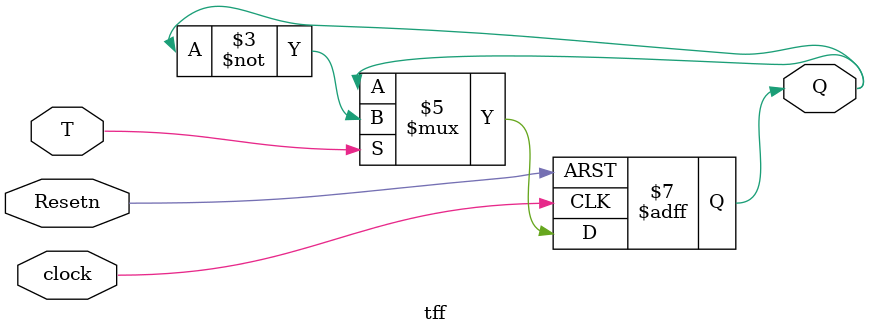
<source format=v>
module tff(T,clock,Resetn,Q);
input T,clock,Resetn;
output reg Q;
always @ (negedge clock or negedge Resetn)
begin
if(!Resetn)
	Q <= 0;
else
	if(T)
		Q <= ~Q;
	else
		Q <= Q;
end
endmodule

</source>
